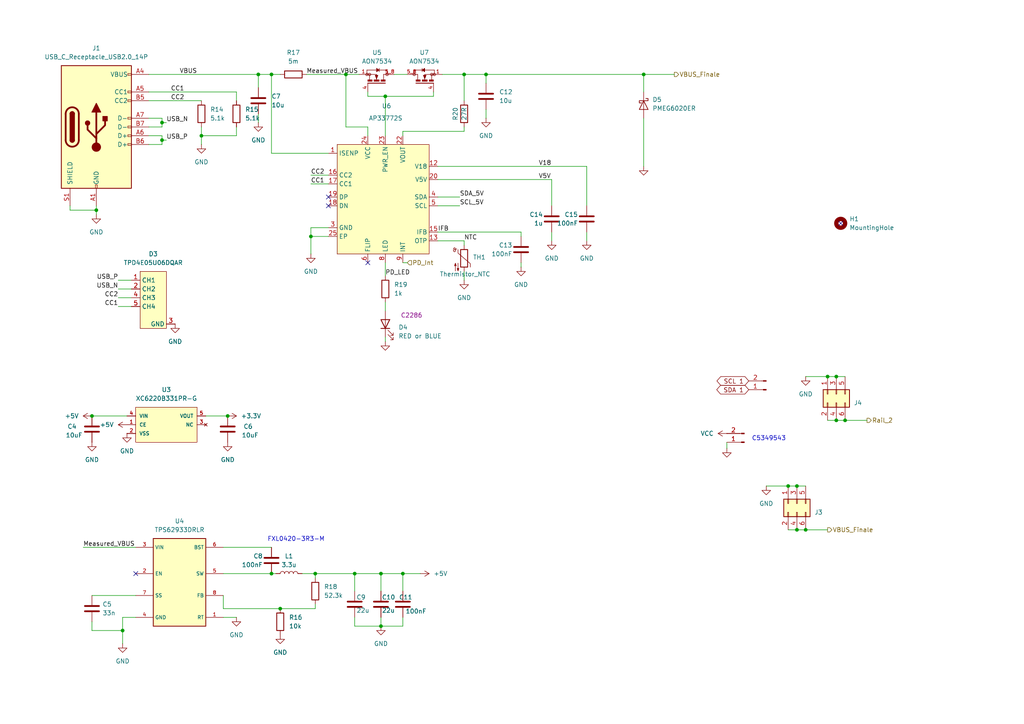
<source format=kicad_sch>
(kicad_sch (version 20250114) (generator "eeschema") (generator_version "9.0")
  (paper "A4")
  (lib_symbols
    (symbol "Connector:Conn_01x02_Pin" (pin_names (offset 1.016) (hide yes))
      (property "Reference" "J" (at 0 2.54 0))
      (property "Value" "Conn_01x02_Pin" (at 0 -5.08 0))
      (symbol "Conn_01x02_Pin_1_1"
        (rectangle (start 0.8636 0.127) (end 0 -0.127) (stroke (width 0.1524)) (fill (type outline)))
        (rectangle (start 0.8636 -2.413) (end 0 -2.667) (stroke (width 0.1524)) (fill (type outline)))
        (polyline (pts (xy 1.27 0) (xy 0.8636 0)) (stroke (width 0.1524)))
        (polyline (pts (xy 1.27 -2.54) (xy 0.8636 -2.54)) (stroke (width 0.1524)))
        (pin passive line (at 5.08 0 180) (length 3.81) (name "Pin_1") (number "1"))
        (pin passive line (at 5.08 -2.54 180) (length 3.81) (name "Pin_2") (number "2"))
      )
    )
    (symbol "Connector:USB_C_Receptacle_USB2.0_14P" (pin_names (offset 1.016))
      (property "Reference" "J" (at 0 22.225 0))
      (property "Value" "USB_C_Receptacle_USB2.0_14P" (at 0 19.685 0))
      (symbol "USB_C_Receptacle_USB2.0_14P_0_0"
        (rectangle (start -0.254 -17.78) (end 0.254 -16.764))
        (rectangle (start 10.16 15.494) (end 9.144 14.986))
        (rectangle (start 10.16 10.414) (end 9.144 9.906))
        (rectangle (start 10.16 7.874) (end 9.144 7.366))
        (rectangle (start 10.16 2.794) (end 9.144 2.286))
        (rectangle (start 10.16 0.254) (end 9.144 -0.254))
        (rectangle (start 10.16 -2.286) (end 9.144 -2.794))
        (rectangle (start 10.16 -4.826) (end 9.144 -5.334))
      )
      (symbol "USB_C_Receptacle_USB2.0_14P_0_1"
        (rectangle (start -10.16 17.78) (end 10.16 -17.78) (stroke (width 0.254)) (fill (type background)))
        (polyline (pts (xy -8.89 -3.81) (xy -8.89 3.81)) (stroke (width 0.508)))
        (rectangle (start -7.62 -3.81) (end -6.35 3.81) (stroke (width 0.254)) (fill (type outline)))
        (arc (start -7.62 3.81) (mid -6.985 4.4423) (end -6.35 3.81) (stroke (width 0.254)))
        (arc (start -7.62 3.81) (mid -6.985 4.4423) (end -6.35 3.81) (stroke (width 0.254)) (fill (type outline)))
        (arc (start -8.89 3.81) (mid -6.985 5.7067) (end -5.08 3.81) (stroke (width 0.508)))
        (arc (start -5.08 -3.81) (mid -6.985 -5.7067) (end -8.89 -3.81) (stroke (width 0.508)))
        (arc (start -6.35 -3.81) (mid -6.985 -4.4423) (end -7.62 -3.81) (stroke (width 0.254)))
        (arc (start -6.35 -3.81) (mid -6.985 -4.4423) (end -7.62 -3.81) (stroke (width 0.254)) (fill (type outline)))
        (polyline (pts (xy -5.08 3.81) (xy -5.08 -3.81)) (stroke (width 0.508)))
        (circle (center -2.54 1.143) (radius 0.635) (stroke (width 0.254)) (fill (type outline)))
        (polyline (pts (xy -1.27 4.318) (xy 0 6.858) (xy 1.27 4.318) (xy -1.27 4.318)) (stroke (width 0.254)) (fill (type outline)))
        (polyline (pts (xy 0 -2.032) (xy 2.54 0.508) (xy 2.54 1.778)) (stroke (width 0.508)))
        (polyline (pts (xy 0 -3.302) (xy -2.54 -0.762) (xy -2.54 0.508)) (stroke (width 0.508)))
        (polyline (pts (xy 0 -5.842) (xy 0 4.318)) (stroke (width 0.508)))
        (circle (center 0 -5.842) (radius 1.27) (fill (type outline)))
        (rectangle (start 1.905 1.778) (end 3.175 3.048) (stroke (width 0.254)) (fill (type outline)))
      )
      (symbol "USB_C_Receptacle_USB2.0_14P_1_1"
        (pin passive line (at -7.62 -22.86 90) (length 5.08) (name "SHIELD") (number "S1"))
        (pin passive line (at 0 -22.86 90) (length 5.08) (name "GND") (number "A1"))
        (pin passive line (at 0 -22.86 90) (length 5.08) (hide yes) (name "GND") (number "A12"))
        (pin passive line (at 0 -22.86 90) (length 5.08) (hide yes) (name "GND") (number "B1"))
        (pin passive line (at 0 -22.86 90) (length 5.08) (hide yes) (name "GND") (number "B12"))
        (pin passive line (at 15.24 15.24 180) (length 5.08) (name "VBUS") (number "A4"))
        (pin passive line (at 15.24 15.24 180) (length 5.08) (hide yes) (name "VBUS") (number "A9"))
        (pin passive line (at 15.24 15.24 180) (length 5.08) (hide yes) (name "VBUS") (number "B4"))
        (pin passive line (at 15.24 15.24 180) (length 5.08) (hide yes) (name "VBUS") (number "B9"))
        (pin bidirectional line (at 15.24 10.16 180) (length 5.08) (name "CC1") (number "A5"))
        (pin bidirectional line (at 15.24 7.62 180) (length 5.08) (name "CC2") (number "B5"))
        (pin bidirectional line (at 15.24 2.54 180) (length 5.08) (name "D-") (number "A7"))
        (pin bidirectional line (at 15.24 0 180) (length 5.08) (name "D-") (number "B7"))
        (pin bidirectional line (at 15.24 -2.54 180) (length 5.08) (name "D+") (number "A6"))
        (pin bidirectional line (at 15.24 -5.08 180) (length 5.08) (name "D+") (number "B6"))
      )
    )
    (symbol "Connector_Generic:Conn_02x03_Odd_Even" (pin_names (offset 1.016) (hide yes))
      (property "Reference" "J" (at 1.27 5.08 0))
      (property "Value" "Conn_02x03_Odd_Even" (at 1.27 -5.08 0))
      (symbol "Conn_02x03_Odd_Even_1_1"
        (rectangle (start -1.27 3.81) (end 3.81 -3.81) (stroke (width 0.254)) (fill (type background)))
        (rectangle (start -1.27 2.667) (end 0 2.413) (stroke (width 0.1524)))
        (rectangle (start -1.27 0.127) (end 0 -0.127) (stroke (width 0.1524)))
        (rectangle (start -1.27 -2.413) (end 0 -2.667) (stroke (width 0.1524)))
        (rectangle (start 3.81 2.667) (end 2.54 2.413) (stroke (width 0.1524)))
        (rectangle (start 3.81 0.127) (end 2.54 -0.127) (stroke (width 0.1524)))
        (rectangle (start 3.81 -2.413) (end 2.54 -2.667) (stroke (width 0.1524)))
        (pin passive line (at -5.08 2.54 0) (length 3.81) (name "Pin_1") (number "1"))
        (pin passive line (at -5.08 0 0) (length 3.81) (name "Pin_3") (number "3"))
        (pin passive line (at -5.08 -2.54 0) (length 3.81) (name "Pin_5") (number "5"))
        (pin passive line (at 7.62 2.54 180) (length 3.81) (name "Pin_2") (number "2"))
        (pin passive line (at 7.62 0 180) (length 3.81) (name "Pin_4") (number "4"))
        (pin passive line (at 7.62 -2.54 180) (length 3.81) (name "Pin_6") (number "6"))
      )
    )
    (symbol "Device:C" (pin_numbers (hide yes)) (pin_names (offset 0.254))
      (property "Reference" "C" (at 0.635 2.54 0))
      (property "Value" "C" (at 0.635 -2.54 0))
      (symbol "C_0_1"
        (polyline (pts (xy -2.032 0.762) (xy 2.032 0.762)) (stroke (width 0.508)))
        (polyline (pts (xy -2.032 -0.762) (xy 2.032 -0.762)) (stroke (width 0.508)))
      )
      (symbol "C_1_1"
        (pin passive line (at 0 3.81 270) (length 2.794) (name "~") (number "1"))
        (pin passive line (at 0 -3.81 90) (length 2.794) (name "~") (number "2"))
      )
    )
    (symbol "Device:L" (pin_numbers (hide yes)) (pin_names (offset 1.016) (hide yes))
      (property "Reference" "L" (at -1.27 0 90))
      (property "Value" "L" (at 1.905 0 90))
      (symbol "L_0_1"
        (arc (start 0 2.54) (mid 0.6323 1.905) (end 0 1.27))
        (arc (start 0 1.27) (mid 0.6323 0.635) (end 0 0))
        (arc (start 0 0) (mid 0.6323 -0.635) (end 0 -1.27))
        (arc (start 0 -1.27) (mid 0.6323 -1.905) (end 0 -2.54))
      )
      (symbol "L_1_1"
        (pin passive line (at 0 3.81 270) (length 1.27) (name "1") (number "1"))
        (pin passive line (at 0 -3.81 90) (length 1.27) (name "2") (number "2"))
      )
    )
    (symbol "Device:LED" (pin_numbers (hide yes)) (pin_names (offset 1.016) (hide yes))
      (property "Reference" "D" (at 0 2.54 0))
      (property "Value" "LED" (at 0 -2.54 0))
      (symbol "LED_0_1"
        (polyline (pts (xy -3.048 -0.762) (xy -4.572 -2.286) (xy -3.81 -2.286) (xy -4.572 -2.286) (xy -4.572 -1.524)))
        (polyline (pts (xy -1.778 -0.762) (xy -3.302 -2.286) (xy -2.54 -2.286) (xy -3.302 -2.286) (xy -3.302 -1.524)))
        (polyline (pts (xy -1.27 0) (xy 1.27 0)))
        (polyline (pts (xy -1.27 -1.27) (xy -1.27 1.27)) (stroke (width 0.254)))
        (polyline (pts (xy 1.27 -1.27) (xy 1.27 1.27) (xy -1.27 0) (xy 1.27 -1.27)) (stroke (width 0.254)))
      )
      (symbol "LED_1_1"
        (pin passive line (at -3.81 0 0) (length 2.54) (name "K") (number "1"))
        (pin passive line (at 3.81 0 180) (length 2.54) (name "A") (number "2"))
      )
    )
    (symbol "Device:R" (pin_numbers (hide yes)) (pin_names (offset 0))
      (property "Reference" "R" (at 2.032 0 90))
      (property "Value" "R" (at 0 0 90))
      (symbol "R_0_1"
        (rectangle (start -1.016 -2.54) (end 1.016 2.54) (stroke (width 0.254)))
      )
      (symbol "R_1_1"
        (pin passive line (at 0 3.81 270) (length 1.27) (name "~") (number "1"))
        (pin passive line (at 0 -3.81 90) (length 1.27) (name "~") (number "2"))
      )
    )
    (symbol "Device:Thermistor_NTC" (pin_numbers (hide yes)) (pin_names (offset 0))
      (property "Reference" "TH" (at -4.445 0 90))
      (property "Value" "Thermistor_NTC" (at 3.175 0 90))
      (symbol "Thermistor_NTC_0_1"
        (arc (start -3.175 2.413) (mid -3.0506 2.3165) (end -3.048 2.159))
        (arc (start -3.048 2.794) (mid -2.9736 2.9736) (end -2.794 3.048))
        (arc (start -2.794 3.048) (mid -2.6144 2.9736) (end -2.54 2.794))
        (arc (start -2.794 2.54) (mid -2.9736 2.6144) (end -3.048 2.794))
        (arc (start -2.794 1.905) (mid -2.9736 1.9794) (end -3.048 2.159))
        (arc (start -2.54 2.159) (mid -2.6144 1.9794) (end -2.794 1.905))
        (arc (start -2.159 2.794) (mid -2.434 2.5608) (end -2.794 2.54))
        (polyline (pts (xy -2.54 2.159) (xy -2.54 2.794)))
        (polyline (pts (xy -2.54 -3.683) (xy -2.54 -1.397) (xy -2.794 -2.159) (xy -2.286 -2.159) (xy -2.54 -1.397) (xy -2.54 -1.651)) (fill (type outline)))
        (polyline (pts (xy -1.778 2.54) (xy -1.778 1.524) (xy 1.778 -1.524) (xy 1.778 -2.54)))
        (polyline (pts (xy -1.778 -1.397) (xy -1.778 -3.683) (xy -2.032 -2.921) (xy -1.524 -2.921) (xy -1.778 -3.683) (xy -1.778 -3.429)) (fill (type outline)))
        (rectangle (start -1.016 2.54) (end 1.016 -2.54) (stroke (width 0.254)))
      )
      (symbol "Thermistor_NTC_1_1"
        (pin passive line (at 0 3.81 270) (length 1.27) (name "~") (number "1"))
        (pin passive line (at 0 -3.81 90) (length 1.27) (name "~") (number "2"))
      )
    )
    (symbol "Diode:PMEG6020ER" (pin_numbers (hide yes)) (pin_names (hide yes))
      (property "Reference" "D" (at 0 2.54 0))
      (property "Value" "PMEG6020ER" (at 0 -2.54 0))
      (symbol "PMEG6020ER_0_1"
        (polyline (pts (xy -1.905 0.635) (xy -1.905 1.27) (xy -1.27 1.27) (xy -1.27 -1.27) (xy -0.635 -1.27) (xy -0.635 -0.635)) (stroke (width 0.2032)))
        (polyline (pts (xy 1.27 1.27) (xy 1.27 -1.27) (xy -1.27 0) (xy 1.27 1.27)) (stroke (width 0.2032)))
        (polyline (pts (xy 1.27 0) (xy -1.27 0)))
      )
      (symbol "PMEG6020ER_1_1"
        (pin passive line (at -3.81 0 0) (length 2.54) (name "K") (number "1"))
        (pin passive line (at 3.81 0 180) (length 2.54) (name "A") (number "2"))
      )
    )
    (symbol "Diode_TVS:TPD4E05U06DQAR"
      (property "Reference" "D" (at 3.048 8.636 0))
      (property "Value" "TPD4E05U06DQAR" (at 0.254 -10.16 0))
      (symbol "TPD4E05U06DQAR_0_1"
        (rectangle (start -3.81 7.62) (end 3.81 -8.89) (fill (type background)))
      )
      (symbol "TPD4E05U06DQAR_1_1"
        (pin input line (at -6.35 5.08 0) (length 2.54) (name "CH1") (number "1"))
        (pin input line (at -6.35 5.08 0) (length 2.54) (hide yes) (name "") (number "10"))
        (pin input line (at -6.35 2.54 0) (length 2.54) (name "CH2") (number "2"))
        (pin input line (at -6.35 2.54 0) (length 2.54) (hide yes) (name "") (number "9"))
        (pin input line (at -6.35 0 0) (length 2.54) (name "CH3") (number "4"))
        (pin input line (at -6.35 0 0) (length 2.54) (hide yes) (name "") (number "7"))
        (pin input line (at -6.35 -2.54 0) (length 2.54) (name "CH4") (number "5"))
        (pin input line (at -6.35 -2.54 0) (length 2.54) (hide yes) (name "") (number "6"))
        (pin power_in line (at 6.35 -7.62 180) (length 2.54) (name "GND") (number "3"))
        (pin power_in line (at 6.35 -7.62 180) (length 2.54) (hide yes) (name "GND") (number "8"))
      )
    )
    (symbol "Interface_USBC:AP33772S"
      (property "Reference" "U6" (at -2.286 25.146 0))
      (property "Value" "AP33772S" (at -6.096 22.606 0))
      (symbol "AP33772S_1_1"
        (rectangle (start -15.24 13.97) (end 11.43 -17.78) (fill (type background)))
        (pin input line (at -17.78 11.43 0) (length 2.54) (name "ISENP") (number "1"))
        (pin input line (at -17.78 5.08 0) (length 2.54) (name "CC2") (number "16"))
        (pin input line (at -17.78 2.54 0) (length 2.54) (name "CC1") (number "17"))
        (pin input line (at -17.78 -1.27 0) (length 2.54) (name "DP") (number "19"))
        (pin input line (at -17.78 -3.81 0) (length 2.54) (name "DN") (number "18"))
        (pin input line (at -17.78 -10.16 0) (length 2.54) (name "GND") (number "3"))
        (pin input line (at -17.78 -12.7 0) (length 2.54) (name "EP") (number "25"))
        (pin input line (at -17.78 -16.51 0) (length 2.54) (hide yes) (name "NC") (number "10"))
        (pin input line (at -17.78 -16.51 0) (length 2.54) (hide yes) (name "NC") (number "11"))
        (pin input line (at -17.78 -16.51 0) (length 2.54) (hide yes) (name "NC") (number "14"))
        (pin input line (at -17.78 -16.51 0) (length 2.54) (hide yes) (name "NC") (number "2"))
        (pin input line (at -17.78 -16.51 0) (length 2.54) (hide yes) (name "NC") (number "21"))
        (pin input line (at -17.78 -16.51 0) (length 2.54) (hide yes) (name "NC") (number "7"))
        (pin input line (at -6.35 16.51 270) (length 2.54) (name "VCC") (number "24"))
        (pin input line (at -6.35 -20.32 90) (length 2.54) (name "FLIP") (number "6"))
        (pin input line (at -1.27 16.51 270) (length 2.54) (name "PWR_EN") (number "23"))
        (pin input line (at -1.27 -20.32 90) (length 2.54) (name "LED") (number "8"))
        (pin input line (at 3.81 16.51 270) (length 2.54) (name "VOUT") (number "22"))
        (pin input line (at 3.81 -20.32 90) (length 2.54) (name "INT") (number "9"))
        (pin input line (at 13.97 7.62 180) (length 2.54) (name "V18") (number "12"))
        (pin input line (at 13.97 3.81 180) (length 2.54) (name "V5V") (number "20"))
        (pin input line (at 13.97 -1.27 180) (length 2.54) (name "SDA") (number "4"))
        (pin input line (at 13.97 -3.81 180) (length 2.54) (name "SCL") (number "5"))
        (pin input line (at 13.97 -11.43 180) (length 2.54) (name "IFB") (number "15"))
        (pin input line (at 13.97 -13.97 180) (length 2.54) (name "OTP") (number "13"))
      )
    )
    (symbol "Mechanical:MountingHole" (pin_names (offset 1.016)) (exclude_from_sim yes) (in_bom no)
      (property "Reference" "H" (at 0 5.08 0))
      (property "Value" "MountingHole" (at 0 3.175 0))
      (symbol "MountingHole_0_1"
        (circle (center 0 0) (radius 1.27) (stroke (width 1.27)))
      )
    )
    (symbol "Power_Converter:TPS62933DRLR"
      (property "Reference" "U" (at -7.874 14.986 0))
      (property "Value" "TPS62933DRLR" (at -1.016 -14.224 0))
      (symbol "TPS62933DRLR_0_0"
        (rectangle (start -7.62 12.7) (end 7.62 -12.7) (stroke (width 0.254)) (fill (type background)))
        (pin input line (at -12.7 10.16 0) (length 5.08) (name "VIN") (number "3"))
        (pin input line (at -12.7 2.54 0) (length 5.08) (name "EN") (number "2"))
        (pin power_in line (at -12.7 -10.16 0) (length 5.08) (name "GND") (number "4"))
        (pin power_in line (at 12.7 10.16 180) (length 5.08) (name "BST") (number "6"))
        (pin output line (at 12.7 2.54 180) (length 5.08) (name "SW") (number "5"))
        (pin input line (at 12.7 -3.81 180) (length 5.08) (name "FB") (number "8"))
        (pin input line (at 12.7 -10.16 180) (length 5.08) (name "RT") (number "1"))
      )
      (symbol "TPS62933DRLR_1_0"
        (pin output line (at -12.7 -3.81 0) (length 5.08) (name "SS") (number "7"))
      )
    )
    (symbol "Transistor_MOSFET:AON7262E"
      (property "Reference" "U" (at -3.048 4.572 0))
      (property "Value" "AON7262E" (at -1.016 -6.858 0))
      (symbol "AON7262E_0_0"
        (polyline (pts (xy -2.54 2.54) (xy -2.54 -2.54)) (stroke (width 0.254)))
        (rectangle (start -2.032 2.54) (end -1.524 1.27) (stroke (width 0.1)) (fill (type outline)))
        (rectangle (start -2.032 -0.762) (end -1.524 0.762) (stroke (width 0.1)) (fill (type outline)))
        (rectangle (start -2.032 -2.54) (end -1.524 -1.27) (stroke (width 0.1)) (fill (type outline)))
        (polyline (pts (xy -1.524 2.032) (xy 0 2.032)) (stroke (width 0.1524)))
        (polyline (pts (xy -1.524 0) (xy -1.27 0)) (stroke (width 0.1524)))
        (polyline (pts (xy -1.524 -2.032) (xy 0 -2.032)) (stroke (width 0.1524)))
        (polyline (pts (xy -1.27 0) (xy -1.016 0)) (stroke (width 0.1524)))
        (polyline (pts (xy -1.27 0) (xy -0.254 0.381)) (stroke (width 0.1524)))
        (polyline (pts (xy -1.016 0) (xy -0.889 0)) (stroke (width 0.1524)))
        (polyline (pts (xy -1.016 0) (xy -0.381 -0.254)) (stroke (width 0.254)))
        (polyline (pts (xy -0.889 0) (xy 0 0)) (stroke (width 0.1524)))
        (polyline (pts (xy -0.381 0.254) (xy -0.889 0)) (stroke (width 0.254)))
        (polyline (pts (xy -0.381 -0.254) (xy -0.381 0.254)) (stroke (width 0.254)))
        (polyline (pts (xy -0.254 0.381) (xy -0.254 -0.381)) (stroke (width 0.1524)))
        (polyline (pts (xy -0.254 -0.381) (xy -1.27 0)) (stroke (width 0.1524)))
        (circle (center 0 3.048) (radius 0.3592))
        (polyline (pts (xy 0 3.048) (xy 1.27 3.048)) (stroke (width 0.1524)))
        (polyline (pts (xy 0 2.032) (xy 0 2.54)) (stroke (width 0.1524)))
        (polyline (pts (xy 0 0) (xy 0 -2.032)) (stroke (width 0.1524)))
        (polyline (pts (xy 0 -2.032) (xy 0 -2.794)) (stroke (width 0.1524)))
        (circle (center 0 -2.032) (radius 0.3592))
        (circle (center 0 -2.794) (radius 0.3592))
        (polyline (pts (xy 0.762 0) (xy 1.27 0.762)) (stroke (width 0.1524)))
        (polyline (pts (xy 1.016 0.127) (xy 1.524 0.127)) (stroke (width 0.254)))
        (polyline (pts (xy 1.27 3.048) (xy 1.27 0.762)) (stroke (width 0.1524)))
        (polyline (pts (xy 1.27 0.762) (xy 1.27 0.508)) (stroke (width 0.1524)))
        (polyline (pts (xy 1.27 0.762) (xy 1.778 0)) (stroke (width 0.1524)))
        (polyline (pts (xy 1.27 0.508) (xy 1.016 0.127)) (stroke (width 0.254)))
        (polyline (pts (xy 1.27 0.508) (xy 1.27 -2.794)) (stroke (width 0.1524)))
        (polyline (pts (xy 1.27 -2.794) (xy 0 -2.794)) (stroke (width 0.1524)))
        (polyline (pts (xy 1.524 0.127) (xy 1.27 0.508)) (stroke (width 0.254)))
        (polyline (pts (xy 1.778 0.762) (xy 0.762 0.762)) (stroke (width 0.1524)))
        (polyline (pts (xy 1.778 0) (xy 0.762 0)) (stroke (width 0.1524)))
      )
      (symbol "AON7262E_1_0"
        (pin passive line (at -5.08 -2.54 0) (length 2.54) (name "~") (number "4"))
        (pin passive line (at 0 5.08 270) (length 2.54) (name "~") (number "5_8"))
        (pin passive line (at 0 -5.08 90) (length 2.54) (name "~") (number "1"))
        (pin passive line (at 0 -5.08 90) (length 2.54) (hide yes) (name "~") (number "2"))
        (pin passive line (at 0 -5.08 90) (length 2.54) (hide yes) (name "~") (number "3"))
      )
    )
    (symbol "XC662:XC6220B331PR-G" (pin_names (offset 1.016))
      (property "Reference" "U" (at -8.89 6.35 0))
      (property "Value" "XC6220B331PR-G" (at -8.89 -7.62 0))
      (symbol "XC6220B331PR-G_0_0"
        (rectangle (start -8.89 -5.08) (end 8.89 5.08) (stroke (width 0.1524)) (fill (type background)))
        (pin power_in line (at -11.43 2.54 0) (length 2.54) (name "VIN") (number "4"))
        (pin passive line (at -11.43 0 0) (length 2.54) (name "CE") (number "1"))
        (pin passive line (at -11.43 -2.54 0) (length 2.54) (name "VSS") (number "2"))
        (pin output line (at 11.43 2.54 180) (length 2.54) (name "VOUT") (number "5"))
        (pin no_connect line (at 11.43 0 180) (length 2.54) (name "NC") (number "3"))
      )
    )
    (symbol "power:+3.3V" (power) (pin_numbers (hide yes)) (pin_names (offset 0) (hide yes))
      (property "Value" "+3.3V" (at 0 3.556 0))
      (symbol "+3.3V_0_1"
        (polyline (pts (xy -0.762 1.27) (xy 0 2.54)))
        (polyline (pts (xy 0 2.54) (xy 0.762 1.27)))
        (polyline (pts (xy 0 0) (xy 0 2.54)))
      )
      (symbol "+3.3V_1_1"
        (pin power_in line (at 0 0 90) (length 0) (name "~") (number "1"))
      )
    )
    (symbol "power:+5V" (power) (pin_numbers (hide yes)) (pin_names (offset 0) (hide yes))
      (property "Value" "+5V" (at 0 3.556 0))
      (symbol "+5V_0_1"
        (polyline (pts (xy -0.762 1.27) (xy 0 2.54)))
        (polyline (pts (xy 0 2.54) (xy 0.762 1.27)))
        (polyline (pts (xy 0 0) (xy 0 2.54)))
      )
      (symbol "+5V_1_1"
        (pin power_in line (at 0 0 90) (length 0) (name "~") (number "1"))
      )
    )
    (symbol "power:GND" (power) (pin_numbers (hide yes)) (pin_names (offset 0) (hide yes))
      (property "Value" "GND" (at 0 -3.81 0))
      (symbol "GND_0_1"
        (polyline (pts (xy 0 0) (xy 0 -1.27) (xy 1.27 -1.27) (xy 0 -2.54) (xy -1.27 -1.27) (xy 0 -1.27)))
      )
      (symbol "GND_1_1"
        (pin power_in line (at 0 0 270) (length 0) (name "~") (number "1"))
      )
    )
    (symbol "power:VCC" (power) (pin_numbers (hide yes)) (pin_names (offset 0) (hide yes))
      (property "Value" "VCC" (at 0 3.556 0))
      (symbol "VCC_0_1"
        (polyline (pts (xy -0.762 1.27) (xy 0 2.54)))
        (polyline (pts (xy 0 2.54) (xy 0.762 1.27)))
        (polyline (pts (xy 0 0) (xy 0 2.54)))
      )
      (symbol "VCC_1_1"
        (pin power_in line (at 0 0 90) (length 0) (name "~") (number "1"))
      )
    )
  )
  (text "FXL0420-3R3-M " (at 86.36 156.464 0) (effects (font (size 1.27 1.27))))
  (text "C5349543\n" (at 223.012 127.254 0) (effects (font (size 1.27 1.27))))
  (junction (at 78.74 21.59))
  (junction (at 91.44 166.37))
  (junction (at 242.57 109.22))
  (junction (at 134.62 21.59))
  (junction (at 66.04 120.65))
  (junction (at 228.6 140.97))
  (junction (at 245.11 121.92))
  (junction (at 240.03 109.22))
  (junction (at 140.97 21.59))
  (junction (at 74.93 21.59))
  (junction (at 231.14 153.67))
  (junction (at 81.28 176.53))
  (junction (at 46.99 35.56))
  (junction (at 58.42 39.37))
  (junction (at 78.74 166.37))
  (junction (at 231.14 140.97))
  (junction (at 110.49 181.61))
  (junction (at 233.68 153.67))
  (junction (at 100.33 21.59))
  (junction (at 116.84 166.37))
  (junction (at 102.87 166.37))
  (junction (at 111.76 27.94))
  (junction (at 110.49 166.37))
  (junction (at 26.67 120.65))
  (junction (at 90.17 68.58))
  (junction (at 186.69 21.59))
  (junction (at 27.94 60.96))
  (junction (at 35.56 182.88))
  (junction (at 242.57 121.92))
  (junction (at 46.99 40.64))
  (no_connect (at 106.68 76.2))
  (no_connect (at 95.25 57.15))
  (no_connect (at 95.25 59.69))
  (no_connect (at 243.84 64.77))
  (no_connect (at 39.37 166.37))
  (wire (pts (xy 43.18 21.59) (xy 74.93 21.59)))
  (wire (pts (xy 24.13 158.75) (xy 39.37 158.75)))
  (wire (pts (xy 134.62 69.85) (xy 134.62 71.12)))
  (wire (pts (xy 43.18 29.21) (xy 58.42 29.21)))
  (wire (pts (xy 140.97 31.75) (xy 140.97 34.29)))
  (wire (pts (xy 186.69 21.59) (xy 195.58 21.59)))
  (wire (pts (xy 91.44 166.37) (xy 102.87 166.37)))
  (wire (pts (xy 106.68 27.94) (xy 106.68 26.67)))
  (wire (pts (xy 116.84 166.37) (xy 121.92 166.37)))
  (wire (pts (xy 240.03 121.92) (xy 242.57 121.92)))
  (wire (pts (xy 74.93 21.59) (xy 78.74 21.59)))
  (wire (pts (xy 26.67 172.72) (xy 39.37 172.72)))
  (wire (pts (xy 35.56 182.88) (xy 35.56 179.07)))
  (wire (pts (xy 228.6 140.97) (xy 231.14 140.97)))
  (wire (pts (xy 116.84 181.61) (xy 110.49 181.61)))
  (wire (pts (xy 111.76 27.94) (xy 125.73 27.94)))
  (wire (pts (xy 43.18 36.83) (xy 46.99 36.83)))
  (wire (pts (xy 106.68 36.83) (xy 100.33 36.83)))
  (wire (pts (xy 242.57 121.92) (xy 245.11 121.92)))
  (wire (pts (xy 134.62 21.59) (xy 140.97 21.59)))
  (wire (pts (xy 116.84 166.37) (xy 116.84 171.45)))
  (wire (pts (xy 35.56 179.07) (xy 39.37 179.07)))
  (wire (pts (xy 46.99 39.37) (xy 46.99 40.64)))
  (wire (pts (xy 210.82 130.048) (xy 210.82 128.27)))
  (wire (pts (xy 34.29 81.28) (xy 38.1 81.28)))
  (wire (pts (xy 46.99 35.56) (xy 46.99 36.83)))
  (wire (pts (xy 127 67.31) (xy 151.13 67.31)))
  (wire (pts (xy 228.6 153.67) (xy 231.14 153.67)))
  (wire (pts (xy 58.42 39.37) (xy 68.58 39.37)))
  (wire (pts (xy 58.42 39.37) (xy 58.42 41.91)))
  (wire (pts (xy 170.18 48.26) (xy 170.18 59.69)))
  (wire (pts (xy 245.11 121.92) (xy 251.46 121.92)))
  (wire (pts (xy 102.87 166.37) (xy 102.87 171.45)))
  (wire (pts (xy 46.99 40.64) (xy 46.99 41.91)))
  (wire (pts (xy 64.77 179.07) (xy 68.58 179.07)))
  (wire (pts (xy 43.18 34.29) (xy 46.99 34.29)))
  (wire (pts (xy 110.49 166.37) (xy 110.49 171.45)))
  (wire (pts (xy 27.94 59.69) (xy 27.94 60.96)))
  (wire (pts (xy 48.26 40.64) (xy 46.99 40.64)))
  (wire (pts (xy 64.77 166.37) (xy 78.74 166.37)))
  (wire (pts (xy 233.68 109.22) (xy 240.03 109.22)))
  (wire (pts (xy 160.02 59.69) (xy 160.02 52.07)))
  (wire (pts (xy 134.62 38.1) (xy 134.62 36.83)))
  (wire (pts (xy 35.56 186.69) (xy 35.56 182.88)))
  (wire (pts (xy 81.28 176.53) (xy 91.44 176.53)))
  (wire (pts (xy 26.67 182.88) (xy 26.67 180.34)))
  (wire (pts (xy 222.25 140.97) (xy 228.6 140.97)))
  (wire (pts (xy 106.68 27.94) (xy 111.76 27.94)))
  (wire (pts (xy 127 57.15) (xy 133.35 57.15)))
  (wire (pts (xy 91.44 166.37) (xy 91.44 167.64)))
  (wire (pts (xy 64.77 158.75) (xy 78.74 158.75)))
  (wire (pts (xy 134.62 78.74) (xy 134.62 81.28)))
  (wire (pts (xy 100.33 21.59) (xy 104.14 21.59)))
  (wire (pts (xy 110.49 179.07) (xy 110.49 181.61)))
  (wire (pts (xy 90.17 68.58) (xy 90.17 73.66)))
  (wire (pts (xy 127 52.07) (xy 160.02 52.07)))
  (wire (pts (xy 170.18 67.31) (xy 170.18 69.85)))
  (wire (pts (xy 43.18 39.37) (xy 46.99 39.37)))
  (wire (pts (xy 90.17 68.58) (xy 95.25 68.58)))
  (wire (pts (xy 231.14 153.67) (xy 233.68 153.67)))
  (wire (pts (xy 27.94 60.96) (xy 27.94 62.23)))
  (wire (pts (xy 111.76 97.79) (xy 111.76 99.06)))
  (wire (pts (xy 127 69.85) (xy 134.62 69.85)))
  (wire (pts (xy 151.13 76.2) (xy 151.13 77.47)))
  (wire (pts (xy 34.29 88.9) (xy 38.1 88.9)))
  (wire (pts (xy 110.49 166.37) (xy 102.87 166.37)))
  (wire (pts (xy 58.42 36.83) (xy 58.42 39.37)))
  (wire (pts (xy 102.87 179.07) (xy 102.87 181.61)))
  (wire (pts (xy 74.93 25.4) (xy 74.93 21.59)))
  (wire (pts (xy 127 48.26) (xy 170.18 48.26)))
  (wire (pts (xy 87.63 166.37) (xy 91.44 166.37)))
  (wire (pts (xy 231.14 140.97) (xy 233.68 140.97)))
  (wire (pts (xy 64.77 176.53) (xy 64.77 172.72)))
  (wire (pts (xy 90.17 66.04) (xy 95.25 66.04)))
  (wire (pts (xy 78.74 166.37) (xy 80.01 166.37)))
  (wire (pts (xy 111.76 87.63) (xy 111.76 90.17)))
  (wire (pts (xy 111.76 76.2) (xy 111.76 80.01)))
  (wire (pts (xy 95.25 44.45) (xy 78.74 44.45)))
  (wire (pts (xy 90.17 50.8) (xy 95.25 50.8)))
  (wire (pts (xy 20.32 60.96) (xy 27.94 60.96)))
  (wire (pts (xy 59.69 120.65) (xy 66.04 120.65)))
  (wire (pts (xy 186.69 48.26) (xy 186.69 34.29)))
  (wire (pts (xy 125.73 27.94) (xy 125.73 26.67)))
  (wire (pts (xy 160.02 67.31) (xy 160.02 69.85)))
  (wire (pts (xy 20.32 59.69) (xy 20.32 60.96)))
  (wire (pts (xy 151.13 68.58) (xy 151.13 67.31)))
  (wire (pts (xy 128.27 21.59) (xy 134.62 21.59)))
  (wire (pts (xy 78.74 21.59) (xy 78.74 44.45)))
  (wire (pts (xy 116.84 179.07) (xy 116.84 181.61)))
  (wire (pts (xy 35.56 182.88) (xy 26.67 182.88)))
  (wire (pts (xy 134.62 21.59) (xy 134.62 29.21)))
  (wire (pts (xy 43.18 41.91) (xy 46.99 41.91)))
  (wire (pts (xy 90.17 66.04) (xy 90.17 68.58)))
  (wire (pts (xy 110.49 166.37) (xy 116.84 166.37)))
  (wire (pts (xy 111.76 27.94) (xy 111.76 39.37)))
  (wire (pts (xy 34.29 83.82) (xy 38.1 83.82)))
  (wire (pts (xy 233.68 153.67) (xy 240.03 153.67)))
  (wire (pts (xy 240.03 109.22) (xy 242.57 109.22)))
  (wire (pts (xy 91.44 176.53) (xy 91.44 175.26)))
  (wire (pts (xy 34.29 86.36) (xy 38.1 86.36)))
  (wire (pts (xy 43.18 26.67) (xy 68.58 26.67)))
  (wire (pts (xy 26.67 120.65) (xy 36.83 120.65)))
  (wire (pts (xy 68.58 36.83) (xy 68.58 39.37)))
  (wire (pts (xy 114.3 21.59) (xy 118.11 21.59)))
  (wire (pts (xy 116.84 38.1) (xy 134.62 38.1)))
  (wire (pts (xy 74.93 33.02) (xy 74.93 35.56)))
  (wire (pts (xy 242.57 109.22) (xy 245.11 109.22)))
  (wire (pts (xy 186.69 21.59) (xy 186.69 26.67)))
  (wire (pts (xy 106.68 39.37) (xy 106.68 36.83)))
  (wire (pts (xy 100.33 36.83) (xy 100.33 21.59)))
  (wire (pts (xy 118.11 76.2) (xy 116.84 76.2)))
  (wire (pts (xy 88.9 21.59) (xy 100.33 21.59)))
  (wire (pts (xy 102.87 181.61) (xy 110.49 181.61)))
  (wire (pts (xy 48.26 35.56) (xy 46.99 35.56)))
  (wire (pts (xy 90.17 53.34) (xy 95.25 53.34)))
  (wire (pts (xy 140.97 21.59) (xy 186.69 21.59)))
  (wire (pts (xy 116.84 38.1) (xy 116.84 39.37)))
  (wire (pts (xy 140.97 24.13) (xy 140.97 21.59)))
  (wire (pts (xy 64.77 176.53) (xy 81.28 176.53)))
  (wire (pts (xy 68.58 26.67) (xy 68.58 29.21)))
  (wire (pts (xy 127 59.69) (xy 133.35 59.69)))
  (wire (pts (xy 78.74 21.59) (xy 81.28 21.59)))
  (wire (pts (xy 46.99 34.29) (xy 46.99 35.56)))
  (label "PD_LED" (at 111.76 80.01 0))
  (label "CC1" (at 90.17 53.34 0))
  (label "Measured_VBUS" (at 24.13 158.75 0))
  (label "USB_P" (at 48.26 40.64 0))
  (label "CC2" (at 34.29 86.36 180))
  (label "Measured_VBUS" (at 88.9 21.59 0))
  (label "SCL_5V" (at 133.35 59.69 0))
  (label "CC2" (at 49.53 29.21 0))
  (label "NTC" (at 134.62 69.85 0))
  (label "IFB" (at 127 67.31 0))
  (label "SDA_5V" (at 133.35 57.15 0))
  (label "CC1" (at 49.53 26.67 0))
  (label "CC1" (at 34.29 88.9 180))
  (label "USB_N" (at 48.26 35.56 0))
  (label "USB_N" (at 34.29 83.82 180))
  (label "V18" (at 156.21 48.26 0))
  (label "V5V" (at 156.21 52.07 0))
  (label "CC2" (at 90.17 50.8 0))
  (label "USB_P" (at 34.29 81.28 180))
  (label "VBUS" (at 52.07 21.59 0))
  (global_label "SCL 1" (shape bidirectional) (at 217.17 110.49 180) (property "Intersheetrefs" "${INTERSHEET_REFS}" (effects (hide yes))))
  (global_label "SDA 1" (shape bidirectional) (at 217.17 113.03 180) (property "Intersheetrefs" "${INTERSHEET_REFS}" (effects (hide yes))))
  (hierarchical_label "PD_Int" (shape input) (at 118.11 76.2 0))
  (hierarchical_label "Rail_2" (shape output) (at 251.46 121.92 0))
  (hierarchical_label "VBUS_Finale" (shape output) (at 195.58 21.59 0))
  (hierarchical_label "VBUS_Finale" (shape output) (at 240.03 153.67 0))
  (symbol (lib_id "Device:C") (at 170.18 63.5 0) (mirror y) (unit 1)
    (property "Reference" "C15" (at 167.64 62.23 0) (effects (justify left)))
    (property "Value" "100nF" (at 167.64 64.77 0) (effects (justify left)))
    (property "Footprint" "Capacitor_SMD:C_0402_1005Metric" (effects (hide yes)))
    (property "LCSC" "C1525" (effects (hide yes)))
  )
  (symbol (lib_id "Connector_Generic:Conn_02x03_Odd_Even") (at 242.57 114.3 90) (mirror x) (unit 1)
    (property "Reference" "J4" (at 247.65 116.84 90) (effects (justify right)))
    (property "Value" "Conn_02x02_Counter_Clockwise" (effects (hide yes)))
    (property "Footprint" "Connector_PinHeader_2.54mm:PinHeader_2x03_P2.54mm_Vertical_SMD" (effects (hide yes)))
  )
  (symbol (lib_id "Device:C") (at 116.84 175.26 0) (mirror y) (unit 1)
    (property "Reference" "C11" (at 119.634 173.228 0) (effects (justify left)))
    (property "Value" "100nF" (at 123.698 177.292 0) (effects (justify left)))
    (property "Footprint" "Capacitor_SMD:C_0402_1005Metric" (effects (hide yes)))
    (property "LCSC" "C1525" (effects (hide yes)))
  )
  (symbol (lib_id "power:GND") (at 74.93 35.56 0) (unit 1)
    (property "Reference" "#PWR036" (effects (hide yes)))
    (property "Value" "GND" (at 74.93 40.64 0))
    (property "Description" "Power symbol creates a global label with name \"GND\" , ground" (effects (hide yes)))
  )
  (symbol (lib_id "Device:C") (at 78.74 162.56 0) (mirror y) (unit 1)
    (property "Reference" "C8" (at 76.2 161.29 0) (effects (justify left)))
    (property "Value" "100nF" (at 76.2 163.83 0) (effects (justify left)))
    (property "Footprint" "Capacitor_SMD:C_0402_1005Metric" (effects (hide yes)))
    (property "LCSC" "C1525" (effects (hide yes)))
  )
  (symbol (lib_id "Interface_USBC:AP33772S") (at 113.03 55.88 0) (unit 1)
    (property "Reference" "U6" (at 110.744 30.734 0) (effects (justify left)))
    (property "Value" "AP33772S" (at 106.934 34.29 0) (effects (justify left)))
    (property "Footprint" "Interface_USBC:QFN-24-1EP_4x4mm_P0.5mm_EP2.6x2.6mm" (effects (hide yes)))
    (property "Datasheet" "https://www.diodes.com/assets/Datasheets/AP33772S.pdf" (effects (hide yes)))
    (property "Description" "USB PD  PD3.1 Controller max 28V" (effects (hide yes)))
    (property "LCSC" "C9900152998" (effects (hide yes)))
  )
  (symbol (lib_id "power:GND") (at 111.76 99.06 0) (unit 1)
    (property "Reference" "#PWR040" (effects (hide yes)))
    (property "Value" "GND" (effects (hide yes)))
  )
  (symbol (lib_id "Device:C") (at 74.93 29.21 0) (unit 1)
    (property "Reference" "C7" (at 78.74 27.9399 0) (effects (justify left)))
    (property "Value" "10u" (at 78.74 30.4799 0) (effects (justify left)))
    (property "Footprint" "Capacitor_SMD:C_1206_3216Metric" (effects (hide yes)))
    (property "Datasheet" "https://www.lcsc.com/datasheet/lcsc_datasheet_2005191033_Samwha-Capacitor-CS3216X5R106K500NRI_C513774.pdf" (effects (hide yes)))
    (property "Description" "Unpolarized capacitor" (effects (hide yes)))
    (property "LCSC" "C513774" (effects (hide yes)))
  )
  (symbol (lib_id "Device:R") (at 85.09 21.59 90) (unit 1)
    (property "Reference" "R17" (at 85.09 15.24 90))
    (property "Value" "5m" (at 85.09 17.78 90))
    (property "Footprint" "Resistor_SMD:R_0805_2012Metric" (effects (hide yes)))
    (property "Description" "Resistor" (effects (hide yes)))
    (property "LCSC" "C728267" (effects (hide yes)))
    (property "Part #" "PA0805FRE470R005L" (effects (hide yes)))
  )
  (symbol (lib_id "Device:R") (at 134.62 33.02 180) (unit 1)
    (property "Reference" "R20" (at 132.08 33.02 90))
    (property "Value" "27R" (at 134.62 33.02 90))
    (property "Footprint" "Resistor_SMD:R_0402_1005Metric" (effects (hide yes)))
    (property "LCSC" "C138021" (effects (hide yes)))
  )
  (symbol (lib_id "Transistor_MOSFET:AON7262E") (at 109.22 21.59 270) (mirror x) (unit 1)
    (property "Reference" "U5" (at 109.347 15.24 90))
    (property "Value" "AON7534" (at 109.347 17.78 90))
    (property "Footprint" "test:TRANS_AON7408" (effects (hide yes)))
    (property "Datasheet" "https://www.lcsc.com/datasheet/lcsc_datasheet_1804172047_Alpha---Omega-Semicon-AON7262E_C176755.pdf" (effects (hide yes)))
    (property "Description" "NMOS 60V 6.2mΩ@10V" (effects (hide yes)))
  )
  (symbol (lib_id "power:GND") (at 68.58 179.07 0) (unit 1)
    (property "Reference" "#PWR035" (effects (hide yes)))
    (property "Value" "GND" (at 68.58 184.15 0))
    (property "Description" "Power symbol creates a global label with name \"GND\" , ground" (effects (hide yes)))
  )
  (symbol (lib_id "Diode_TVS:TPD4E05U06DQAR") (at 44.45 86.36 0) (unit 1)
    (property "Reference" "D3" (at 44.45 73.66 0))
    (property "Value" "TPD4E05U06DQAR" (at 44.45 76.2 0))
    (property "Footprint" "TPD4E05U06DQAR:IC_TPD4E05U06DQAR" (effects (hide yes)))
    (property "Description" "TVS Diode for USBC" (effects (hide yes)))
  )
  (symbol (lib_id "Device:C") (at 140.97 27.94 0) (unit 1)
    (property "Reference" "C12" (at 144.78 26.6699 0) (effects (justify left)))
    (property "Value" "10u" (at 144.78 29.2099 0) (effects (justify left)))
    (property "Footprint" "Capacitor_SMD:C_1206_3216Metric" (effects (hide yes)))
    (property "Datasheet" "https://www.lcsc.com/datasheet/lcsc_datasheet_2005191033_Samwha-Capacitor-CS3216X5R106K500NRI_C513774.pdf" (effects (hide yes)))
    (property "Description" "Unpolarized capacitor" (effects (hide yes)))
    (property "LCSC" "C513774" (effects (hide yes)))
  )
  (symbol (lib_id "Connector_Generic:Conn_02x03_Odd_Even") (at 231.14 146.05 90) (mirror x) (unit 1)
    (property "Reference" "J3" (at 236.22 148.59 90) (effects (justify right)))
    (property "Value" "Conn_02x02_Counter_Clockwise" (effects (hide yes)))
    (property "Footprint" "Connector_PinHeader_2.54mm:PinHeader_2x03_P2.54mm_Vertical_SMD" (effects (hide yes)))
  )
  (symbol (lib_id "power:GND") (at 160.02 69.85 0) (unit 1)
    (property "Reference" "#PWR045" (effects (hide yes)))
    (property "Value" "GND" (at 160.02 74.93 0))
    (property "Description" "Power symbol creates a global label with name \"GND\" , ground" (effects (hide yes)))
  )
  (symbol (lib_id "Device:R") (at 91.44 171.45 0) (unit 1)
    (property "Reference" "R18" (at 93.98 170.1799 0) (effects (justify left)))
    (property "Value" "52.3k" (at 93.98 172.7199 0) (effects (justify left)))
    (property "Footprint" "Resistor_SMD:R_0402_1005Metric" (effects (hide yes)))
    (property "Description" "Resistor" (effects (hide yes)))
    (property "LCSC" "C103091" (effects (hide yes)))
  )
  (symbol (lib_id "power:GND") (at 90.17 73.66 0) (unit 1)
    (property "Reference" "#PWR038" (effects (hide yes)))
    (property "Value" "GND" (at 90.17 78.74 0))
    (property "Description" "Power symbol creates a global label with name \"GND\" , ground" (effects (hide yes)))
  )
  (symbol (lib_id "XC662:XC6220B331PR-G") (at 48.26 123.19 0) (unit 1)
    (property "Reference" "U3" (at 48.26 113.03 0))
    (property "Value" "XC6220B331PR-G" (at 48.26 115.57 0))
    (property "Footprint" "XC6:SOT-89-5_TOR" (effects (hide yes)))
    (property "MF" "Torex Semiconductor" (effects (hide yes)))
    (property "Description_1" "Linear Voltage Regulator IC Positive Fixed 1 Output 1A SOT-89-5" (effects (hide yes)))
    (property "COPYRIGHT" "Copyright (C) 2022 Ultra Librarian. All rights reserved." (effects (hide yes)))
    (property "Package" "None" (effects (hide yes)))
    (property "Price" "None" (effects (hide yes)))
    (property "Check_prices" "https://www.snapeda.com/parts/XC6220B331PRG/Torex/view-part/?ref=eda" (effects (hide yes)))
    (property "SnapEDA_Link" "https://www.snapeda.com/parts/XC6220B331PRG/Torex/view-part/?ref=snap" (effects (hide yes)))
    (property "Availability" "In Stock" (effects (hide yes)))
    (property "DIGI-KEY_PART_NUMBER_1" "893-1128-1-ND" (effects (hide yes)))
    (property "DIGI-KEY_PART_NUMBER_2" "893-1128-2-ND" (effects (hide yes)))
    (property "DIGI-KEY_PART_NUMBER_3" "893-1128-2-NDL" (effects (hide yes)))
    (property "DIGI-KEY_PART_NUMBER_4" "893-1128-6-ND" (effects (hide yes)))
    (property "MP" "XC6220B331PRG" (effects (hide yes)))
    (property "MFR_NAME" "Torex Semiconductor" (effects (hide yes)))
    (property "MANUFACTURER_PART_NUMBER" "XC6220B331PR-G" (effects (hide yes)))
  )
  (symbol (lib_id "Device:R") (at 68.58 33.02 0) (unit 1)
    (property "Reference" "R15" (at 71.12 31.7499 0) (effects (justify left)))
    (property "Value" "5.1k" (at 71.12 34.2899 0) (effects (justify left)))
    (property "Footprint" "Resistor_SMD:R_0402_1005Metric" (effects (hide yes)))
    (property "LCSC" "C25905" (effects (hide yes)))
  )
  (symbol (lib_id "power:GND") (at 222.25 140.97 0) (unit 1)
    (property "Reference" "#PWR050" (effects (hide yes)))
    (property "Value" "GND" (at 222.25 146.05 0))
  )
  (symbol (lib_id "power:GND") (at 110.49 181.61 0) (unit 1)
    (property "Reference" "#PWR039" (effects (hide yes)))
    (property "Value" "GND" (at 110.49 186.69 0))
    (property "Description" "Power symbol creates a global label with name \"GND\" , ground" (effects (hide yes)))
  )
  (symbol (lib_id "power:VCC") (at 210.82 125.73 90) (unit 1)
    (property "Reference" "#PWR048" (effects (hide yes)))
    (property "Value" "VCC" (at 207.01 125.7299 90) (effects (justify left)))
    (property "Description" "Power symbol creates a global label with name \"VCC\"" (effects (hide yes)))
  )
  (symbol (lib_id "power:GND") (at 36.83 125.73 0) (unit 1)
    (property "Reference" "#PWR030" (effects (hide yes)))
    (property "Value" "GND" (at 36.83 130.81 0))
    (property "Description" "Power symbol creates a global label with name \"GND\" , ground" (effects (hide yes)))
  )
  (symbol (lib_id "power:GND") (at 27.94 62.23 0) (unit 1)
    (property "Reference" "#PWR027" (effects (hide yes)))
    (property "Value" "GND" (at 27.94 67.31 0))
    (property "Description" "Power symbol creates a global label with name \"GND\" , ground" (effects (hide yes)))
  )
  (symbol (lib_id "Device:C") (at 151.13 72.39 0) (mirror y) (unit 1)
    (property "Reference" "C13" (at 148.59 71.12 0) (effects (justify left)))
    (property "Value" "100nF" (at 148.59 73.66 0) (effects (justify left)))
    (property "Footprint" "Capacitor_SMD:C_0402_1005Metric" (effects (hide yes)))
    (property "LCSC" "C1525" (effects (hide yes)))
  )
  (symbol (lib_id "power:+5V") (at 26.67 120.65 90) (unit 1)
    (property "Reference" "#PWR025" (effects (hide yes)))
    (property "Value" "+5V" (at 22.86 120.6499 90) (effects (justify left)))
    (property "Description" "Power symbol creates a global label with name \"+5V\"" (effects (hide yes)))
  )
  (symbol (lib_id "Power_Converter:TPS62933DRLR") (at 52.07 168.91 0) (unit 1)
    (property "Reference" "U4" (at 52.07 151.13 0))
    (property "Value" "TPS62933DRLR" (at 52.07 153.67 0))
    (property "Footprint" "Power_Converter:SOT583" (effects (hide yes)))
    (property "Datasheet" "https://www.lcsc.com/datasheet/lcsc_datasheet_2302220500_Texas-Instruments-TPS62933DRLR_C3200405.pdf" (effects (hide yes)))
    (property "Description" "Buck 3.8V~30V 3A 800mV~22V" (effects (hide yes)))
  )
  (symbol (lib_id "power:GND") (at 186.69 48.26 0) (unit 1)
    (property "Reference" "#PWR047" (effects (hide yes)))
    (property "Value" "GND" (effects (hide yes)))
  )
  (symbol (lib_id "power:GND") (at 81.28 184.15 0) (unit 1)
    (property "Reference" "#PWR037" (effects (hide yes)))
    (property "Value" "GND" (at 81.28 189.23 0))
    (property "Description" "Power symbol creates a global label with name \"GND\" , ground" (effects (hide yes)))
  )
  (symbol (lib_id "power:GND") (at 58.42 41.91 0) (unit 1)
    (property "Reference" "#PWR032" (effects (hide yes)))
    (property "Value" "GND" (at 58.42 46.99 0))
    (property "Description" "Power symbol creates a global label with name \"GND\" , ground" (effects (hide yes)))
  )
  (symbol (lib_id "Diode:PMEG6020ER") (at 186.69 30.48 270) (unit 1)
    (property "Reference" "D5" (at 189.23 28.8924 90) (effects (justify left)))
    (property "Value" "PMEG6020ER" (at 189.23 31.4324 90) (effects (justify left)))
    (property "Footprint" "Diode_SMD:D_SOD-123F" (effects (hide yes)))
    (property "Datasheet" "https://assets.nexperia.com/documents/data-sheet/PMEG6020ER.pdf" (effects (hide yes)))
    (property "Description" "60V, 2A low Vf MEGA Schottky barrier rectifier, SOD-123W" (effects (hide yes)))
  )
  (symbol (lib_id "power:GND") (at 210.82 130.048 0) (mirror y) (unit 1)
    (property "Reference" "#PWR049" (effects (hide yes)))
    (property "Value" "GND" (effects (hide yes)))
  )
  (symbol (lib_id "Device:L") (at 83.82 166.37 90) (unit 1)
    (property "Reference" "L1" (at 83.82 161.29 90))
    (property "Value" "3.3u" (at 83.82 163.83 90))
    (property "Footprint" "Inductor_SMD:L_Changjiang_FXL0420" (effects (hide yes)))
    (property "Datasheet" "https://www.lcsc.com/datasheet/lcsc_datasheet_2409302232_APV-APH0630T3R3M_C5349703.pdf" (effects (hide yes)))
    (property "Description" "Inductor" (effects (hide yes)))
  )
  (symbol (lib_id "power:GND") (at 233.68 109.22 0) (unit 1)
    (property "Reference" "#PWR051" (effects (hide yes)))
    (property "Value" "GND" (at 233.68 114.3 0))
  )
  (symbol (lib_id "power:+5V") (at 121.92 166.37 270) (unit 1)
    (property "Reference" "#PWR041" (effects (hide yes)))
    (property "Value" "+5V" (at 125.73 166.3699 90) (effects (justify left)))
    (property "Description" "Power symbol creates a global label with name \"+5V\"" (effects (hide yes)))
  )
  (symbol (lib_id "Device:C") (at 102.87 175.26 0) (unit 1)
    (property "Reference" "C9" (at 103.378 173.228 0) (effects (justify left)))
    (property "Value" "22u" (at 103.378 177.038 0) (effects (justify left)))
    (property "Footprint" "Capacitor_SMD:C_0805_2012Metric" (effects (hide yes)))
    (property "Datasheet" "https://www.lcsc.com/datasheet/lcsc_datasheet_2005191033_Samwha-Capacitor-CS3216X5R106K500NRI_C513774.pdf" (effects (hide yes)))
    (property "Description" "Unpolarized capacitor" (effects (hide yes)))
    (property "LCSC" "C45783" (effects (hide yes)))
  )
  (symbol (lib_id "power:GND") (at 151.13 77.47 0) (unit 1)
    (property "Reference" "#PWR044" (effects (hide yes)))
    (property "Value" "GND" (at 151.13 82.55 0))
    (property "Description" "Power symbol creates a global label with name \"GND\" , ground" (effects (hide yes)))
  )
  (symbol (lib_id "power:GND") (at 35.56 186.69 0) (unit 1)
    (property "Reference" "#PWR028" (effects (hide yes)))
    (property "Value" "GND" (at 35.56 191.77 0))
    (property "Description" "Power symbol creates a global label with name \"GND\" , ground" (effects (hide yes)))
  )
  (symbol (lib_id "Device:C") (at 26.67 124.46 0) (unit 1)
    (property "Reference" "C4" (at 19.558 123.698 0) (effects (justify left)))
    (property "Value" "10uF" (at 19.05 126.2381 0) (effects (justify left)))
    (property "Footprint" "Capacitor_SMD:C_1206_3216Metric" (effects (hide yes)))
    (property "Datasheet" "https://www.lcsc.com/datasheet/lcsc_datasheet_2005191033_Samwha-Capacitor-CS3216X5R106K500NRI_C513774.pdf" (effects (hide yes)))
    (property "Description" "Unpolarized capacitor" (effects (hide yes)))
    (property "LCSC" "C513774" (effects (hide yes)))
  )
  (symbol (lib_id "power:GND") (at 50.8 93.98 0) (unit 1)
    (property "Reference" "#PWR031" (effects (hide yes)))
    (property "Value" "GND" (at 50.8 99.06 0))
    (property "Description" "Power symbol creates a global label with name \"GND\" , ground" (effects (hide yes)))
  )
  (symbol (lib_id "Device:C") (at 110.49 175.26 0) (unit 1)
    (property "Reference" "C10" (at 110.744 173.228 0) (effects (justify left)))
    (property "Value" "22u" (at 110.744 177.038 0) (effects (justify left)))
    (property "Footprint" "Capacitor_SMD:C_0805_2012Metric" (effects (hide yes)))
    (property "Datasheet" "https://www.lcsc.com/datasheet/lcsc_datasheet_2005191033_Samwha-Capacitor-CS3216X5R106K500NRI_C513774.pdf" (effects (hide yes)))
    (property "Description" "Unpolarized capacitor" (effects (hide yes)))
    (property "LCSC" "C45783" (effects (hide yes)))
  )
  (symbol (lib_id "power:GND") (at 66.04 128.27 0) (unit 1)
    (property "Reference" "#PWR034" (effects (hide yes)))
    (property "Value" "GND" (at 66.04 133.35 0))
    (property "Description" "Power symbol creates a global label with name \"GND\" , ground" (effects (hide yes)))
  )
  (symbol (lib_id "Device:C") (at 160.02 63.5 0) (mirror y) (unit 1)
    (property "Reference" "C14" (at 157.48 62.23 0) (effects (justify left)))
    (property "Value" "1u" (at 157.48 64.77 0) (effects (justify left)))
    (property "Footprint" "Capacitor_SMD:C_0603_1608Metric" (effects (hide yes)))
    (property "LCSC" "C15849" (effects (hide yes)))
  )
  (symbol (lib_id "Connector:Conn_01x02_Pin") (at 222.25 113.03 180) (unit 1)
    (property "Reference" "N1" (effects (hide yes)))
    (property "Value" "Conn_01x02_Pin" (effects (hide yes)))
    (property "Footprint" "Connector_PinHeader_2.54mm:PinHeader_1x02_P2.54mm_Vertical" (effects (hide yes)))
    (property "Description" "Generic connector, single row, 01x02, script generated" (effects (hide yes)))
  )
  (symbol (lib_id "Device:R") (at 111.76 83.82 0) (unit 1)
    (property "Reference" "R19" (at 114.3 82.5499 0) (effects (justify left)))
    (property "Value" "1k" (at 114.3 85.0899 0) (effects (justify left)))
    (property "Footprint" "Resistor_SMD:R_0402_1005Metric" (effects (hide yes)))
    (property "LCSC" "C25905" (effects (hide yes)))
  )
  (symbol (lib_id "Device:R") (at 58.42 33.02 0) (unit 1)
    (property "Reference" "R14" (at 60.96 31.7499 0) (effects (justify left)))
    (property "Value" "5.1k" (at 60.96 34.2899 0) (effects (justify left)))
    (property "Footprint" "Resistor_SMD:R_0402_1005Metric" (effects (hide yes)))
    (property "LCSC" "C25905" (effects (hide yes)))
  )
  (symbol (lib_id "power:GND") (at 26.67 128.27 0) (unit 1)
    (property "Reference" "#PWR026" (effects (hide yes)))
    (property "Value" "GND" (at 26.67 133.35 0))
    (property "Description" "Power symbol creates a global label with name \"GND\" , ground" (effects (hide yes)))
  )
  (symbol (lib_id "Device:C") (at 66.04 124.46 0) (unit 1)
    (property "Reference" "C6" (at 70.612 123.698 0) (effects (justify left)))
    (property "Value" "10uF" (at 70.104 126.2381 0) (effects (justify left)))
    (property "Footprint" "Capacitor_SMD:C_1206_3216Metric" (effects (hide yes)))
    (property "Datasheet" "https://www.lcsc.com/datasheet/lcsc_datasheet_2005191033_Samwha-Capacitor-CS3216X5R106K500NRI_C513774.pdf" (effects (hide yes)))
    (property "Description" "Unpolarized capacitor" (effects (hide yes)))
    (property "LCSC" "C513774" (effects (hide yes)))
  )
  (symbol (lib_id "power:GND") (at 170.18 69.85 0) (unit 1)
    (property "Reference" "#PWR046" (effects (hide yes)))
    (property "Value" "GND" (at 170.18 74.93 0))
    (property "Description" "Power symbol creates a global label with name \"GND\" , ground" (effects (hide yes)))
  )
  (symbol (lib_id "Connector:Conn_01x02_Pin") (at 215.9 128.27 180) (unit 1)
    (property "Reference" "J2" (effects (hide yes)))
    (property "Value" "Conn_01x02_Pin" (effects (hide yes)))
    (property "Footprint" "TerminalBlock_TE-Connectivity:TerminalBlock_TE_282834-2_1x02_P2.54mm_Horizontal" (effects (hide yes)))
    (property "Description" "Generic connector, single row, 01x02, script generated" (effects (hide yes)))
  )
  (symbol (lib_id "Device:LED") (at 111.76 93.98 90) (unit 1)
    (property "Reference" "D4" (at 115.57 94.9325 90) (effects (justify right)))
    (property "Value" "RED or BLUE" (at 115.57 97.4725 90) (effects (justify right)))
    (property "Footprint" "LED_SMD:LED_0603_1608Metric" (effects (hide yes)))
    (property "LCSC" "C2286" (at 119.38 91.44 90))
  )
  (symbol (lib_id "power:GND") (at 140.97 34.29 0) (unit 1)
    (property "Reference" "#PWR043" (effects (hide yes)))
    (property "Value" "GND" (at 140.97 39.37 0))
    (property "Description" "Power symbol creates a global label with name \"GND\" , ground" (effects (hide yes)))
  )
  (symbol (lib_id "Device:Thermistor_NTC") (at 134.62 74.93 0) (unit 1)
    (property "Reference" "TH1" (at 137.16 74.6125 0) (effects (justify left)))
    (property "Value" "Thermistor_NTC" (at 127.508 79.502 0) (effects (justify left)))
    (property "Footprint" "Resistor_SMD:R_0402_1005Metric" (effects (hide yes)))
    (property "LCSC" "C77131" (effects (hide yes)))
  )
  (symbol (lib_id "power:+3.3V") (at 66.04 120.65 270) (unit 1)
    (property "Reference" "#PWR033" (effects (hide yes)))
    (property "Value" "+3.3V" (at 69.85 120.6499 90) (effects (justify left)))
    (property "Description" "Power symbol creates a global label with name \"+3.3V\"" (effects (hide yes)))
  )
  (symbol (lib_id "Transistor_MOSFET:AON7262E") (at 123.19 21.59 90) (unit 1)
    (property "Reference" "U7" (at 123.063 15.24 90))
    (property "Value" "AON7534" (at 123.063 17.78 90))
    (property "Footprint" "test:TRANS_AON7408" (effects (hide yes)))
    (property "Datasheet" "https://www.lcsc.com/datasheet/lcsc_datasheet_1804172047_Alpha---Omega-Semicon-AON7262E_C176755.pdf" (effects (hide yes)))
    (property "Description" "NMOS 60V 6.2mΩ@10V" (effects (hide yes)))
  )
  (symbol (lib_id "Device:R") (at 81.28 180.34 0) (unit 1)
    (property "Reference" "R16" (at 83.82 179.0699 0) (effects (justify left)))
    (property "Value" "10k" (at 83.82 181.6099 0) (effects (justify left)))
    (property "Footprint" "Resistor_SMD:R_0402_1005Metric" (effects (hide yes)))
    (property "Description" "Resistor" (effects (hide yes)))
    (property "LCSC" "C25744" (effects (hide yes)))
  )
  (symbol (lib_id "power:GND") (at 134.62 81.28 0) (unit 1)
    (property "Reference" "#PWR042" (effects (hide yes)))
    (property "Value" "GND" (at 134.62 86.36 0))
    (property "Description" "Power symbol creates a global label with name \"GND\" , ground" (effects (hide yes)))
  )
  (symbol (lib_id "Mechanical:MountingHole") (at 243.84 64.77 0) (unit 1) (exclude_from_sim yes) (in_bom no)
    (property "Reference" "H1" (at 246.38 63.4999 0) (effects (justify left)))
    (property "Value" "MountingHole" (at 246.38 66.0399 0) (effects (justify left)))
    (property "Footprint" "MountingHole:MountingHole_2.7mm_M2.5_DIN965_Pad_TopBottom" (effects (hide yes)))
    (property "Description" "Mounting Hole without connection" (effects (hide yes)))
  )
  (symbol (lib_id "power:+5V") (at 36.83 123.19 90) (unit 1)
    (property "Reference" "#PWR029" (effects (hide yes)))
    (property "Value" "+5V" (at 33.02 123.1899 90) (effects (justify left)))
    (property "Description" "Power symbol creates a global label with name \"+5V\"" (effects (hide yes)))
  )
  (symbol (lib_id "Device:C") (at 26.67 176.53 0) (unit 1)
    (property "Reference" "C5" (at 29.718 175.26 0) (effects (justify left)))
    (property "Value" "33n" (at 29.718 177.8 0) (effects (justify left)))
    (property "Footprint" "Capacitor_SMD:C_0603_1608Metric" (effects (hide yes)))
    (property "Description" "Unpolarized capacitor" (effects (hide yes)))
    (property "LCSC" "C21117 " (effects (hide yes)))
  )
  (symbol (lib_id "Connector:USB_C_Receptacle_USB2.0_14P") (at 27.94 36.83 0) (unit 1)
    (property "Reference" "J1" (at 27.94 13.97 0))
    (property "Value" "USB_C_Receptacle_USB2.0_14P" (at 27.94 16.51 0))
    (property "Footprint" "Connector_USB:USB_C_Receptacle_XKB_U262-16XN-4BVC11" (effects (hide yes)))
    (property "Datasheet" "https://www.usb.org/sites/default/files/documents/usb_type-c.zip" (effects (hide yes)))
    (property "Description" "USB 2.0-only 14P Type-C Receptacle connector" (effects (hide yes)))
  )
)
</source>
